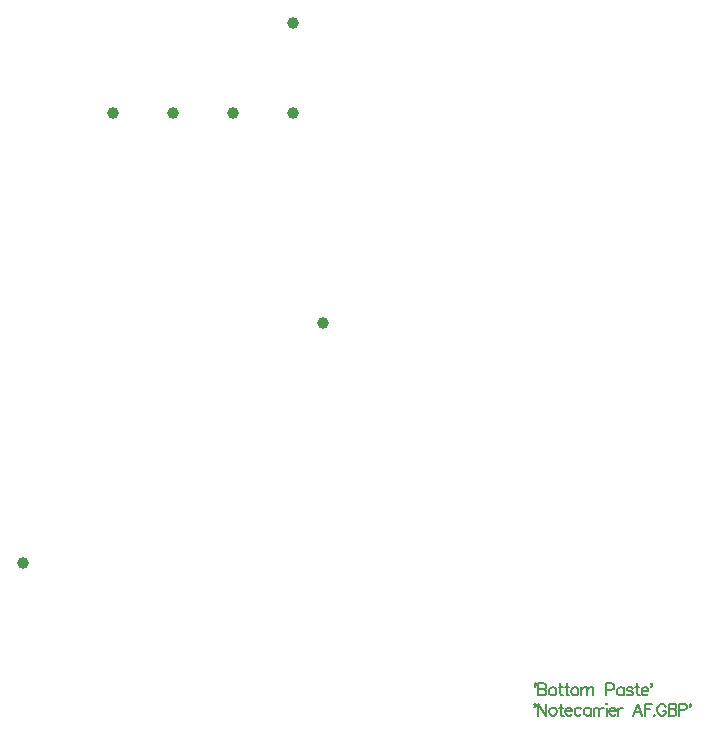
<source format=gbp>
G04*
G04 #@! TF.GenerationSoftware,Altium Limited,Altium Designer,20.2.4 (192)*
G04*
G04 Layer_Color=128*
%FSLAX25Y25*%
%MOIN*%
G70*
G04*
G04 #@! TF.SameCoordinates,7296403A-AE54-4680-90C6-F2F837FCC291*
G04*
G04*
G04 #@! TF.FilePolarity,Positive*
G04*
G01*
G75*
%ADD11C,0.00591*%
%ADD39C,0.03937*%
D11*
X360817Y19605D02*
X360630Y19792D01*
X360817Y19979D01*
X361005Y19792D01*
Y19417D01*
X360817Y19042D01*
X360630Y18855D01*
X361867Y19979D02*
Y16043D01*
Y19979D02*
X363554D01*
X364116Y19792D01*
X364304Y19605D01*
X364491Y19230D01*
Y18855D01*
X364304Y18480D01*
X364116Y18293D01*
X363554Y18105D01*
X361867D02*
X363554D01*
X364116Y17918D01*
X364304Y17730D01*
X364491Y17355D01*
Y16793D01*
X364304Y16418D01*
X364116Y16231D01*
X363554Y16043D01*
X361867D01*
X366309Y18667D02*
X365934Y18480D01*
X365560Y18105D01*
X365372Y17543D01*
Y17168D01*
X365560Y16606D01*
X365934Y16231D01*
X366309Y16043D01*
X366872D01*
X367246Y16231D01*
X367621Y16606D01*
X367809Y17168D01*
Y17543D01*
X367621Y18105D01*
X367246Y18480D01*
X366872Y18667D01*
X366309D01*
X369233Y19979D02*
Y16793D01*
X369421Y16231D01*
X369796Y16043D01*
X370170D01*
X368671Y18667D02*
X369983D01*
X371295Y19979D02*
Y16793D01*
X371482Y16231D01*
X371857Y16043D01*
X372232D01*
X370733Y18667D02*
X372045D01*
X373732D02*
X373357Y18480D01*
X372982Y18105D01*
X372795Y17543D01*
Y17168D01*
X372982Y16606D01*
X373357Y16231D01*
X373732Y16043D01*
X374294D01*
X374669Y16231D01*
X375044Y16606D01*
X375231Y17168D01*
Y17543D01*
X375044Y18105D01*
X374669Y18480D01*
X374294Y18667D01*
X373732D01*
X376093D02*
Y16043D01*
Y17918D02*
X376656Y18480D01*
X377031Y18667D01*
X377593D01*
X377968Y18480D01*
X378155Y17918D01*
Y16043D01*
Y17918D02*
X378717Y18480D01*
X379092Y18667D01*
X379655D01*
X380030Y18480D01*
X380217Y17918D01*
Y16043D01*
X384547Y17918D02*
X386234D01*
X386796Y18105D01*
X386983Y18293D01*
X387171Y18667D01*
Y19230D01*
X386983Y19605D01*
X386796Y19792D01*
X386234Y19979D01*
X384547D01*
Y16043D01*
X390301Y18667D02*
Y16043D01*
Y18105D02*
X389926Y18480D01*
X389551Y18667D01*
X388989D01*
X388614Y18480D01*
X388239Y18105D01*
X388052Y17543D01*
Y17168D01*
X388239Y16606D01*
X388614Y16231D01*
X388989Y16043D01*
X389551D01*
X389926Y16231D01*
X390301Y16606D01*
X393412Y18105D02*
X393225Y18480D01*
X392663Y18667D01*
X392101D01*
X391538Y18480D01*
X391351Y18105D01*
X391538Y17730D01*
X391913Y17543D01*
X392850Y17355D01*
X393225Y17168D01*
X393412Y16793D01*
Y16606D01*
X393225Y16231D01*
X392663Y16043D01*
X392101D01*
X391538Y16231D01*
X391351Y16606D01*
X394800Y19979D02*
Y16793D01*
X394987Y16231D01*
X395362Y16043D01*
X395737D01*
X394237Y18667D02*
X395549D01*
X396299Y17543D02*
X398548D01*
Y17918D01*
X398361Y18293D01*
X398173Y18480D01*
X397798Y18667D01*
X397236D01*
X396861Y18480D01*
X396486Y18105D01*
X396299Y17543D01*
Y17168D01*
X396486Y16606D01*
X396861Y16231D01*
X397236Y16043D01*
X397798D01*
X398173Y16231D01*
X398548Y16606D01*
X399579Y19605D02*
X399392Y19792D01*
X399579Y19979D01*
X399767Y19792D01*
Y19417D01*
X399579Y19042D01*
X399392Y18855D01*
X360719Y12813D02*
X360531Y13001D01*
X360719Y13188D01*
X360906Y13001D01*
Y12626D01*
X360719Y12251D01*
X360531Y12064D01*
X361769Y13188D02*
Y9252D01*
Y13188D02*
X364393Y9252D01*
Y13188D02*
Y9252D01*
X366417Y11876D02*
X366042Y11689D01*
X365667Y11314D01*
X365480Y10751D01*
Y10377D01*
X365667Y9814D01*
X366042Y9439D01*
X366417Y9252D01*
X366979D01*
X367354Y9439D01*
X367729Y9814D01*
X367916Y10377D01*
Y10751D01*
X367729Y11314D01*
X367354Y11689D01*
X366979Y11876D01*
X366417D01*
X369341Y13188D02*
Y10002D01*
X369529Y9439D01*
X369903Y9252D01*
X370278D01*
X368779Y11876D02*
X370091D01*
X370841Y10751D02*
X373090D01*
Y11126D01*
X372902Y11501D01*
X372715Y11689D01*
X372340Y11876D01*
X371778D01*
X371403Y11689D01*
X371028Y11314D01*
X370841Y10751D01*
Y10377D01*
X371028Y9814D01*
X371403Y9439D01*
X371778Y9252D01*
X372340D01*
X372715Y9439D01*
X373090Y9814D01*
X376182Y11314D02*
X375808Y11689D01*
X375433Y11876D01*
X374870D01*
X374496Y11689D01*
X374121Y11314D01*
X373933Y10751D01*
Y10377D01*
X374121Y9814D01*
X374496Y9439D01*
X374870Y9252D01*
X375433D01*
X375808Y9439D01*
X376182Y9814D01*
X379275Y11876D02*
Y9252D01*
Y11314D02*
X378900Y11689D01*
X378525Y11876D01*
X377963D01*
X377588Y11689D01*
X377213Y11314D01*
X377026Y10751D01*
Y10377D01*
X377213Y9814D01*
X377588Y9439D01*
X377963Y9252D01*
X378525D01*
X378900Y9439D01*
X379275Y9814D01*
X380325Y11876D02*
Y9252D01*
Y10751D02*
X380512Y11314D01*
X380887Y11689D01*
X381262Y11876D01*
X381824D01*
X382180D02*
Y9252D01*
Y10751D02*
X382368Y11314D01*
X382743Y11689D01*
X383118Y11876D01*
X383680D01*
X384411Y13188D02*
X384598Y13001D01*
X384786Y13188D01*
X384598Y13376D01*
X384411Y13188D01*
X384598Y11876D02*
Y9252D01*
X385479Y10751D02*
X387729D01*
Y11126D01*
X387541Y11501D01*
X387354Y11689D01*
X386979Y11876D01*
X386417D01*
X386042Y11689D01*
X385667Y11314D01*
X385479Y10751D01*
Y10377D01*
X385667Y9814D01*
X386042Y9439D01*
X386417Y9252D01*
X386979D01*
X387354Y9439D01*
X387729Y9814D01*
X388572Y11876D02*
Y9252D01*
Y10751D02*
X388759Y11314D01*
X389134Y11689D01*
X389509Y11876D01*
X390072D01*
X396519Y9252D02*
X395020Y13188D01*
X393520Y9252D01*
X394083Y10564D02*
X395957D01*
X397438Y13188D02*
Y9252D01*
Y13188D02*
X399874D01*
X397438Y11314D02*
X398937D01*
X400512Y9627D02*
X400324Y9439D01*
X400512Y9252D01*
X400699Y9439D01*
X400512Y9627D01*
X404373Y12251D02*
X404185Y12626D01*
X403811Y13001D01*
X403436Y13188D01*
X402686D01*
X402311Y13001D01*
X401936Y12626D01*
X401749Y12251D01*
X401561Y11689D01*
Y10751D01*
X401749Y10189D01*
X401936Y9814D01*
X402311Y9439D01*
X402686Y9252D01*
X403436D01*
X403811Y9439D01*
X404185Y9814D01*
X404373Y10189D01*
Y10751D01*
X403436D02*
X404373D01*
X405273Y13188D02*
Y9252D01*
Y13188D02*
X406959D01*
X407522Y13001D01*
X407709Y12813D01*
X407897Y12438D01*
Y12064D01*
X407709Y11689D01*
X407522Y11501D01*
X406959Y11314D01*
X405273D02*
X406959D01*
X407522Y11126D01*
X407709Y10939D01*
X407897Y10564D01*
Y10002D01*
X407709Y9627D01*
X407522Y9439D01*
X406959Y9252D01*
X405273D01*
X408778Y11126D02*
X410464D01*
X411027Y11314D01*
X411214Y11501D01*
X411402Y11876D01*
Y12438D01*
X411214Y12813D01*
X411027Y13001D01*
X410464Y13188D01*
X408778D01*
Y9252D01*
X412470Y12813D02*
X412283Y13001D01*
X412470Y13188D01*
X412657Y13001D01*
Y12626D01*
X412470Y12251D01*
X412283Y12064D01*
D39*
X190000Y60000D02*
D03*
X220000Y210000D02*
D03*
X240000D02*
D03*
X290000Y140000D02*
D03*
X280000Y240000D02*
D03*
Y210000D02*
D03*
X260000D02*
D03*
M02*

</source>
